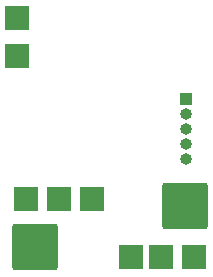
<source format=gbr>
%TF.GenerationSoftware,KiCad,Pcbnew,(6.0.9-0)*%
%TF.CreationDate,2023-01-16T20:49:35+01:00*%
%TF.ProjectId,ray2,72617932-2e6b-4696-9361-645f70636258,rev?*%
%TF.SameCoordinates,Original*%
%TF.FileFunction,Soldermask,Bot*%
%TF.FilePolarity,Negative*%
%FSLAX46Y46*%
G04 Gerber Fmt 4.6, Leading zero omitted, Abs format (unit mm)*
G04 Created by KiCad (PCBNEW (6.0.9-0)) date 2023-01-16 20:49:35*
%MOMM*%
%LPD*%
G01*
G04 APERTURE LIST*
G04 Aperture macros list*
%AMRoundRect*
0 Rectangle with rounded corners*
0 $1 Rounding radius*
0 $2 $3 $4 $5 $6 $7 $8 $9 X,Y pos of 4 corners*
0 Add a 4 corners polygon primitive as box body*
4,1,4,$2,$3,$4,$5,$6,$7,$8,$9,$2,$3,0*
0 Add four circle primitives for the rounded corners*
1,1,$1+$1,$2,$3*
1,1,$1+$1,$4,$5*
1,1,$1+$1,$6,$7*
1,1,$1+$1,$8,$9*
0 Add four rect primitives between the rounded corners*
20,1,$1+$1,$2,$3,$4,$5,0*
20,1,$1+$1,$4,$5,$6,$7,0*
20,1,$1+$1,$6,$7,$8,$9,0*
20,1,$1+$1,$8,$9,$2,$3,0*%
G04 Aperture macros list end*
%ADD10RoundRect,0.250001X-0.799999X-0.799999X0.799999X-0.799999X0.799999X0.799999X-0.799999X0.799999X0*%
%ADD11R,1.000000X1.000000*%
%ADD12O,1.000000X1.000000*%
%ADD13RoundRect,0.250002X-1.699998X-1.699998X1.699998X-1.699998X1.699998X1.699998X-1.699998X1.699998X0*%
G04 APERTURE END LIST*
D10*
%TO.C,P7*%
X132650000Y-101840000D03*
%TD*%
%TO.C,P2*%
X142240000Y-118872000D03*
%TD*%
%TO.C,P1*%
X144780000Y-118872000D03*
%TD*%
D11*
%TO.C,PG1*%
X146913600Y-105435400D03*
D12*
X146913600Y-106705400D03*
X146913600Y-107975400D03*
X146913600Y-109245400D03*
X146913600Y-110515400D03*
%TD*%
D13*
%TO.C,VIN1*%
X146812000Y-114554000D03*
%TD*%
%TO.C,GND1*%
X134112000Y-118024000D03*
%TD*%
D10*
%TO.C,N3*%
X138938000Y-113960000D03*
%TD*%
%TO.C,N2*%
X136144000Y-113960000D03*
%TD*%
%TO.C,N1*%
X133350000Y-113960000D03*
%TD*%
%TO.C,P3*%
X147574000Y-118872000D03*
%TD*%
%TO.C,P4*%
X132650000Y-98640000D03*
%TD*%
M02*

</source>
